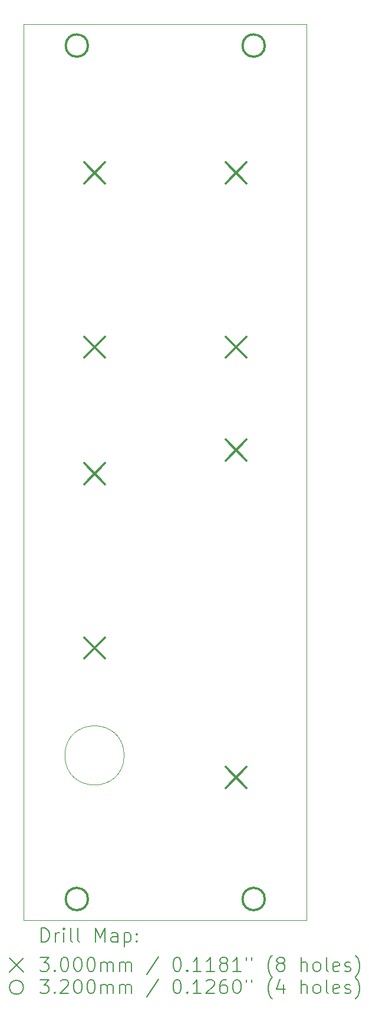
<source format=gbr>
%TF.GenerationSoftware,KiCad,Pcbnew,(6.0.9-0)*%
%TF.CreationDate,2023-02-07T08:36:14+01:00*%
%TF.ProjectId,fp_S5,66705f53-352e-46b6-9963-61645f706362,A*%
%TF.SameCoordinates,Original*%
%TF.FileFunction,Drillmap*%
%TF.FilePolarity,Positive*%
%FSLAX45Y45*%
G04 Gerber Fmt 4.5, Leading zero omitted, Abs format (unit mm)*
G04 Created by KiCad (PCBNEW (6.0.9-0)) date 2023-02-07 08:36:14*
%MOMM*%
%LPD*%
G01*
G04 APERTURE LIST*
%ADD10C,0.100000*%
%ADD11C,0.200000*%
%ADD12C,0.300000*%
%ADD13C,0.320000*%
G04 APERTURE END LIST*
D10*
X11601000Y-14712000D02*
G75*
G03*
X11601000Y-14712000I-425000J0D01*
G01*
X10160000Y-4220500D02*
X14224000Y-4220500D01*
X14224000Y-4220500D02*
X14224000Y-17075500D01*
X14224000Y-17075500D02*
X10160000Y-17075500D01*
X10160000Y-17075500D02*
X10160000Y-4220500D01*
D11*
D12*
X11026000Y-6200000D02*
X11326000Y-6500000D01*
X11326000Y-6200000D02*
X11026000Y-6500000D01*
X11026000Y-8700000D02*
X11326000Y-9000000D01*
X11326000Y-8700000D02*
X11026000Y-9000000D01*
X11026000Y-10518000D02*
X11326000Y-10818000D01*
X11326000Y-10518000D02*
X11026000Y-10818000D01*
X11026000Y-13018000D02*
X11326000Y-13318000D01*
X11326000Y-13018000D02*
X11026000Y-13318000D01*
X13058000Y-6200000D02*
X13358000Y-6500000D01*
X13358000Y-6200000D02*
X13058000Y-6500000D01*
X13058000Y-8700000D02*
X13358000Y-9000000D01*
X13358000Y-8700000D02*
X13058000Y-9000000D01*
X13058000Y-10180000D02*
X13358000Y-10480000D01*
X13358000Y-10180000D02*
X13058000Y-10480000D01*
X13058000Y-14880000D02*
X13358000Y-15180000D01*
X13358000Y-14880000D02*
X13058000Y-15180000D01*
D13*
X11082000Y-4523000D02*
G75*
G03*
X11082000Y-4523000I-160000J0D01*
G01*
X11082000Y-16773000D02*
G75*
G03*
X11082000Y-16773000I-160000J0D01*
G01*
X13622000Y-4523000D02*
G75*
G03*
X13622000Y-4523000I-160000J0D01*
G01*
X13622000Y-16773000D02*
G75*
G03*
X13622000Y-16773000I-160000J0D01*
G01*
D11*
X10412619Y-17390976D02*
X10412619Y-17190976D01*
X10460238Y-17190976D01*
X10488810Y-17200500D01*
X10507857Y-17219548D01*
X10517381Y-17238595D01*
X10526905Y-17276690D01*
X10526905Y-17305262D01*
X10517381Y-17343357D01*
X10507857Y-17362405D01*
X10488810Y-17381452D01*
X10460238Y-17390976D01*
X10412619Y-17390976D01*
X10612619Y-17390976D02*
X10612619Y-17257643D01*
X10612619Y-17295738D02*
X10622143Y-17276690D01*
X10631667Y-17267167D01*
X10650714Y-17257643D01*
X10669762Y-17257643D01*
X10736429Y-17390976D02*
X10736429Y-17257643D01*
X10736429Y-17190976D02*
X10726905Y-17200500D01*
X10736429Y-17210024D01*
X10745952Y-17200500D01*
X10736429Y-17190976D01*
X10736429Y-17210024D01*
X10860238Y-17390976D02*
X10841190Y-17381452D01*
X10831667Y-17362405D01*
X10831667Y-17190976D01*
X10965000Y-17390976D02*
X10945952Y-17381452D01*
X10936429Y-17362405D01*
X10936429Y-17190976D01*
X11193571Y-17390976D02*
X11193571Y-17190976D01*
X11260238Y-17333833D01*
X11326905Y-17190976D01*
X11326905Y-17390976D01*
X11507857Y-17390976D02*
X11507857Y-17286214D01*
X11498333Y-17267167D01*
X11479286Y-17257643D01*
X11441190Y-17257643D01*
X11422143Y-17267167D01*
X11507857Y-17381452D02*
X11488809Y-17390976D01*
X11441190Y-17390976D01*
X11422143Y-17381452D01*
X11412619Y-17362405D01*
X11412619Y-17343357D01*
X11422143Y-17324310D01*
X11441190Y-17314786D01*
X11488809Y-17314786D01*
X11507857Y-17305262D01*
X11603095Y-17257643D02*
X11603095Y-17457643D01*
X11603095Y-17267167D02*
X11622143Y-17257643D01*
X11660238Y-17257643D01*
X11679286Y-17267167D01*
X11688809Y-17276690D01*
X11698333Y-17295738D01*
X11698333Y-17352881D01*
X11688809Y-17371929D01*
X11679286Y-17381452D01*
X11660238Y-17390976D01*
X11622143Y-17390976D01*
X11603095Y-17381452D01*
X11784048Y-17371929D02*
X11793571Y-17381452D01*
X11784048Y-17390976D01*
X11774524Y-17381452D01*
X11784048Y-17371929D01*
X11784048Y-17390976D01*
X11784048Y-17267167D02*
X11793571Y-17276690D01*
X11784048Y-17286214D01*
X11774524Y-17276690D01*
X11784048Y-17267167D01*
X11784048Y-17286214D01*
X9955000Y-17620500D02*
X10155000Y-17820500D01*
X10155000Y-17620500D02*
X9955000Y-17820500D01*
X10393571Y-17610976D02*
X10517381Y-17610976D01*
X10450714Y-17687167D01*
X10479286Y-17687167D01*
X10498333Y-17696690D01*
X10507857Y-17706214D01*
X10517381Y-17725262D01*
X10517381Y-17772881D01*
X10507857Y-17791929D01*
X10498333Y-17801452D01*
X10479286Y-17810976D01*
X10422143Y-17810976D01*
X10403095Y-17801452D01*
X10393571Y-17791929D01*
X10603095Y-17791929D02*
X10612619Y-17801452D01*
X10603095Y-17810976D01*
X10593571Y-17801452D01*
X10603095Y-17791929D01*
X10603095Y-17810976D01*
X10736429Y-17610976D02*
X10755476Y-17610976D01*
X10774524Y-17620500D01*
X10784048Y-17630024D01*
X10793571Y-17649071D01*
X10803095Y-17687167D01*
X10803095Y-17734786D01*
X10793571Y-17772881D01*
X10784048Y-17791929D01*
X10774524Y-17801452D01*
X10755476Y-17810976D01*
X10736429Y-17810976D01*
X10717381Y-17801452D01*
X10707857Y-17791929D01*
X10698333Y-17772881D01*
X10688810Y-17734786D01*
X10688810Y-17687167D01*
X10698333Y-17649071D01*
X10707857Y-17630024D01*
X10717381Y-17620500D01*
X10736429Y-17610976D01*
X10926905Y-17610976D02*
X10945952Y-17610976D01*
X10965000Y-17620500D01*
X10974524Y-17630024D01*
X10984048Y-17649071D01*
X10993571Y-17687167D01*
X10993571Y-17734786D01*
X10984048Y-17772881D01*
X10974524Y-17791929D01*
X10965000Y-17801452D01*
X10945952Y-17810976D01*
X10926905Y-17810976D01*
X10907857Y-17801452D01*
X10898333Y-17791929D01*
X10888810Y-17772881D01*
X10879286Y-17734786D01*
X10879286Y-17687167D01*
X10888810Y-17649071D01*
X10898333Y-17630024D01*
X10907857Y-17620500D01*
X10926905Y-17610976D01*
X11117381Y-17610976D02*
X11136429Y-17610976D01*
X11155476Y-17620500D01*
X11165000Y-17630024D01*
X11174524Y-17649071D01*
X11184048Y-17687167D01*
X11184048Y-17734786D01*
X11174524Y-17772881D01*
X11165000Y-17791929D01*
X11155476Y-17801452D01*
X11136429Y-17810976D01*
X11117381Y-17810976D01*
X11098333Y-17801452D01*
X11088810Y-17791929D01*
X11079286Y-17772881D01*
X11069762Y-17734786D01*
X11069762Y-17687167D01*
X11079286Y-17649071D01*
X11088810Y-17630024D01*
X11098333Y-17620500D01*
X11117381Y-17610976D01*
X11269762Y-17810976D02*
X11269762Y-17677643D01*
X11269762Y-17696690D02*
X11279286Y-17687167D01*
X11298333Y-17677643D01*
X11326905Y-17677643D01*
X11345952Y-17687167D01*
X11355476Y-17706214D01*
X11355476Y-17810976D01*
X11355476Y-17706214D02*
X11365000Y-17687167D01*
X11384048Y-17677643D01*
X11412619Y-17677643D01*
X11431667Y-17687167D01*
X11441190Y-17706214D01*
X11441190Y-17810976D01*
X11536428Y-17810976D02*
X11536428Y-17677643D01*
X11536428Y-17696690D02*
X11545952Y-17687167D01*
X11565000Y-17677643D01*
X11593571Y-17677643D01*
X11612619Y-17687167D01*
X11622143Y-17706214D01*
X11622143Y-17810976D01*
X11622143Y-17706214D02*
X11631667Y-17687167D01*
X11650714Y-17677643D01*
X11679286Y-17677643D01*
X11698333Y-17687167D01*
X11707857Y-17706214D01*
X11707857Y-17810976D01*
X12098333Y-17601452D02*
X11926905Y-17858595D01*
X12355476Y-17610976D02*
X12374524Y-17610976D01*
X12393571Y-17620500D01*
X12403095Y-17630024D01*
X12412619Y-17649071D01*
X12422143Y-17687167D01*
X12422143Y-17734786D01*
X12412619Y-17772881D01*
X12403095Y-17791929D01*
X12393571Y-17801452D01*
X12374524Y-17810976D01*
X12355476Y-17810976D01*
X12336428Y-17801452D01*
X12326905Y-17791929D01*
X12317381Y-17772881D01*
X12307857Y-17734786D01*
X12307857Y-17687167D01*
X12317381Y-17649071D01*
X12326905Y-17630024D01*
X12336428Y-17620500D01*
X12355476Y-17610976D01*
X12507857Y-17791929D02*
X12517381Y-17801452D01*
X12507857Y-17810976D01*
X12498333Y-17801452D01*
X12507857Y-17791929D01*
X12507857Y-17810976D01*
X12707857Y-17810976D02*
X12593571Y-17810976D01*
X12650714Y-17810976D02*
X12650714Y-17610976D01*
X12631667Y-17639548D01*
X12612619Y-17658595D01*
X12593571Y-17668119D01*
X12898333Y-17810976D02*
X12784048Y-17810976D01*
X12841190Y-17810976D02*
X12841190Y-17610976D01*
X12822143Y-17639548D01*
X12803095Y-17658595D01*
X12784048Y-17668119D01*
X13012619Y-17696690D02*
X12993571Y-17687167D01*
X12984048Y-17677643D01*
X12974524Y-17658595D01*
X12974524Y-17649071D01*
X12984048Y-17630024D01*
X12993571Y-17620500D01*
X13012619Y-17610976D01*
X13050714Y-17610976D01*
X13069762Y-17620500D01*
X13079286Y-17630024D01*
X13088809Y-17649071D01*
X13088809Y-17658595D01*
X13079286Y-17677643D01*
X13069762Y-17687167D01*
X13050714Y-17696690D01*
X13012619Y-17696690D01*
X12993571Y-17706214D01*
X12984048Y-17715738D01*
X12974524Y-17734786D01*
X12974524Y-17772881D01*
X12984048Y-17791929D01*
X12993571Y-17801452D01*
X13012619Y-17810976D01*
X13050714Y-17810976D01*
X13069762Y-17801452D01*
X13079286Y-17791929D01*
X13088809Y-17772881D01*
X13088809Y-17734786D01*
X13079286Y-17715738D01*
X13069762Y-17706214D01*
X13050714Y-17696690D01*
X13279286Y-17810976D02*
X13165000Y-17810976D01*
X13222143Y-17810976D02*
X13222143Y-17610976D01*
X13203095Y-17639548D01*
X13184048Y-17658595D01*
X13165000Y-17668119D01*
X13355476Y-17610976D02*
X13355476Y-17649071D01*
X13431667Y-17610976D02*
X13431667Y-17649071D01*
X13726905Y-17887167D02*
X13717381Y-17877643D01*
X13698333Y-17849071D01*
X13688809Y-17830024D01*
X13679286Y-17801452D01*
X13669762Y-17753833D01*
X13669762Y-17715738D01*
X13679286Y-17668119D01*
X13688809Y-17639548D01*
X13698333Y-17620500D01*
X13717381Y-17591929D01*
X13726905Y-17582405D01*
X13831667Y-17696690D02*
X13812619Y-17687167D01*
X13803095Y-17677643D01*
X13793571Y-17658595D01*
X13793571Y-17649071D01*
X13803095Y-17630024D01*
X13812619Y-17620500D01*
X13831667Y-17610976D01*
X13869762Y-17610976D01*
X13888809Y-17620500D01*
X13898333Y-17630024D01*
X13907857Y-17649071D01*
X13907857Y-17658595D01*
X13898333Y-17677643D01*
X13888809Y-17687167D01*
X13869762Y-17696690D01*
X13831667Y-17696690D01*
X13812619Y-17706214D01*
X13803095Y-17715738D01*
X13793571Y-17734786D01*
X13793571Y-17772881D01*
X13803095Y-17791929D01*
X13812619Y-17801452D01*
X13831667Y-17810976D01*
X13869762Y-17810976D01*
X13888809Y-17801452D01*
X13898333Y-17791929D01*
X13907857Y-17772881D01*
X13907857Y-17734786D01*
X13898333Y-17715738D01*
X13888809Y-17706214D01*
X13869762Y-17696690D01*
X14145952Y-17810976D02*
X14145952Y-17610976D01*
X14231667Y-17810976D02*
X14231667Y-17706214D01*
X14222143Y-17687167D01*
X14203095Y-17677643D01*
X14174524Y-17677643D01*
X14155476Y-17687167D01*
X14145952Y-17696690D01*
X14355476Y-17810976D02*
X14336428Y-17801452D01*
X14326905Y-17791929D01*
X14317381Y-17772881D01*
X14317381Y-17715738D01*
X14326905Y-17696690D01*
X14336428Y-17687167D01*
X14355476Y-17677643D01*
X14384048Y-17677643D01*
X14403095Y-17687167D01*
X14412619Y-17696690D01*
X14422143Y-17715738D01*
X14422143Y-17772881D01*
X14412619Y-17791929D01*
X14403095Y-17801452D01*
X14384048Y-17810976D01*
X14355476Y-17810976D01*
X14536428Y-17810976D02*
X14517381Y-17801452D01*
X14507857Y-17782405D01*
X14507857Y-17610976D01*
X14688809Y-17801452D02*
X14669762Y-17810976D01*
X14631667Y-17810976D01*
X14612619Y-17801452D01*
X14603095Y-17782405D01*
X14603095Y-17706214D01*
X14612619Y-17687167D01*
X14631667Y-17677643D01*
X14669762Y-17677643D01*
X14688809Y-17687167D01*
X14698333Y-17706214D01*
X14698333Y-17725262D01*
X14603095Y-17744310D01*
X14774524Y-17801452D02*
X14793571Y-17810976D01*
X14831667Y-17810976D01*
X14850714Y-17801452D01*
X14860238Y-17782405D01*
X14860238Y-17772881D01*
X14850714Y-17753833D01*
X14831667Y-17744310D01*
X14803095Y-17744310D01*
X14784048Y-17734786D01*
X14774524Y-17715738D01*
X14774524Y-17706214D01*
X14784048Y-17687167D01*
X14803095Y-17677643D01*
X14831667Y-17677643D01*
X14850714Y-17687167D01*
X14926905Y-17887167D02*
X14936428Y-17877643D01*
X14955476Y-17849071D01*
X14965000Y-17830024D01*
X14974524Y-17801452D01*
X14984048Y-17753833D01*
X14984048Y-17715738D01*
X14974524Y-17668119D01*
X14965000Y-17639548D01*
X14955476Y-17620500D01*
X14936428Y-17591929D01*
X14926905Y-17582405D01*
X10155000Y-18040500D02*
G75*
G03*
X10155000Y-18040500I-100000J0D01*
G01*
X10393571Y-17930976D02*
X10517381Y-17930976D01*
X10450714Y-18007167D01*
X10479286Y-18007167D01*
X10498333Y-18016690D01*
X10507857Y-18026214D01*
X10517381Y-18045262D01*
X10517381Y-18092881D01*
X10507857Y-18111929D01*
X10498333Y-18121452D01*
X10479286Y-18130976D01*
X10422143Y-18130976D01*
X10403095Y-18121452D01*
X10393571Y-18111929D01*
X10603095Y-18111929D02*
X10612619Y-18121452D01*
X10603095Y-18130976D01*
X10593571Y-18121452D01*
X10603095Y-18111929D01*
X10603095Y-18130976D01*
X10688810Y-17950024D02*
X10698333Y-17940500D01*
X10717381Y-17930976D01*
X10765000Y-17930976D01*
X10784048Y-17940500D01*
X10793571Y-17950024D01*
X10803095Y-17969071D01*
X10803095Y-17988119D01*
X10793571Y-18016690D01*
X10679286Y-18130976D01*
X10803095Y-18130976D01*
X10926905Y-17930976D02*
X10945952Y-17930976D01*
X10965000Y-17940500D01*
X10974524Y-17950024D01*
X10984048Y-17969071D01*
X10993571Y-18007167D01*
X10993571Y-18054786D01*
X10984048Y-18092881D01*
X10974524Y-18111929D01*
X10965000Y-18121452D01*
X10945952Y-18130976D01*
X10926905Y-18130976D01*
X10907857Y-18121452D01*
X10898333Y-18111929D01*
X10888810Y-18092881D01*
X10879286Y-18054786D01*
X10879286Y-18007167D01*
X10888810Y-17969071D01*
X10898333Y-17950024D01*
X10907857Y-17940500D01*
X10926905Y-17930976D01*
X11117381Y-17930976D02*
X11136429Y-17930976D01*
X11155476Y-17940500D01*
X11165000Y-17950024D01*
X11174524Y-17969071D01*
X11184048Y-18007167D01*
X11184048Y-18054786D01*
X11174524Y-18092881D01*
X11165000Y-18111929D01*
X11155476Y-18121452D01*
X11136429Y-18130976D01*
X11117381Y-18130976D01*
X11098333Y-18121452D01*
X11088810Y-18111929D01*
X11079286Y-18092881D01*
X11069762Y-18054786D01*
X11069762Y-18007167D01*
X11079286Y-17969071D01*
X11088810Y-17950024D01*
X11098333Y-17940500D01*
X11117381Y-17930976D01*
X11269762Y-18130976D02*
X11269762Y-17997643D01*
X11269762Y-18016690D02*
X11279286Y-18007167D01*
X11298333Y-17997643D01*
X11326905Y-17997643D01*
X11345952Y-18007167D01*
X11355476Y-18026214D01*
X11355476Y-18130976D01*
X11355476Y-18026214D02*
X11365000Y-18007167D01*
X11384048Y-17997643D01*
X11412619Y-17997643D01*
X11431667Y-18007167D01*
X11441190Y-18026214D01*
X11441190Y-18130976D01*
X11536428Y-18130976D02*
X11536428Y-17997643D01*
X11536428Y-18016690D02*
X11545952Y-18007167D01*
X11565000Y-17997643D01*
X11593571Y-17997643D01*
X11612619Y-18007167D01*
X11622143Y-18026214D01*
X11622143Y-18130976D01*
X11622143Y-18026214D02*
X11631667Y-18007167D01*
X11650714Y-17997643D01*
X11679286Y-17997643D01*
X11698333Y-18007167D01*
X11707857Y-18026214D01*
X11707857Y-18130976D01*
X12098333Y-17921452D02*
X11926905Y-18178595D01*
X12355476Y-17930976D02*
X12374524Y-17930976D01*
X12393571Y-17940500D01*
X12403095Y-17950024D01*
X12412619Y-17969071D01*
X12422143Y-18007167D01*
X12422143Y-18054786D01*
X12412619Y-18092881D01*
X12403095Y-18111929D01*
X12393571Y-18121452D01*
X12374524Y-18130976D01*
X12355476Y-18130976D01*
X12336428Y-18121452D01*
X12326905Y-18111929D01*
X12317381Y-18092881D01*
X12307857Y-18054786D01*
X12307857Y-18007167D01*
X12317381Y-17969071D01*
X12326905Y-17950024D01*
X12336428Y-17940500D01*
X12355476Y-17930976D01*
X12507857Y-18111929D02*
X12517381Y-18121452D01*
X12507857Y-18130976D01*
X12498333Y-18121452D01*
X12507857Y-18111929D01*
X12507857Y-18130976D01*
X12707857Y-18130976D02*
X12593571Y-18130976D01*
X12650714Y-18130976D02*
X12650714Y-17930976D01*
X12631667Y-17959548D01*
X12612619Y-17978595D01*
X12593571Y-17988119D01*
X12784048Y-17950024D02*
X12793571Y-17940500D01*
X12812619Y-17930976D01*
X12860238Y-17930976D01*
X12879286Y-17940500D01*
X12888809Y-17950024D01*
X12898333Y-17969071D01*
X12898333Y-17988119D01*
X12888809Y-18016690D01*
X12774524Y-18130976D01*
X12898333Y-18130976D01*
X13069762Y-17930976D02*
X13031667Y-17930976D01*
X13012619Y-17940500D01*
X13003095Y-17950024D01*
X12984048Y-17978595D01*
X12974524Y-18016690D01*
X12974524Y-18092881D01*
X12984048Y-18111929D01*
X12993571Y-18121452D01*
X13012619Y-18130976D01*
X13050714Y-18130976D01*
X13069762Y-18121452D01*
X13079286Y-18111929D01*
X13088809Y-18092881D01*
X13088809Y-18045262D01*
X13079286Y-18026214D01*
X13069762Y-18016690D01*
X13050714Y-18007167D01*
X13012619Y-18007167D01*
X12993571Y-18016690D01*
X12984048Y-18026214D01*
X12974524Y-18045262D01*
X13212619Y-17930976D02*
X13231667Y-17930976D01*
X13250714Y-17940500D01*
X13260238Y-17950024D01*
X13269762Y-17969071D01*
X13279286Y-18007167D01*
X13279286Y-18054786D01*
X13269762Y-18092881D01*
X13260238Y-18111929D01*
X13250714Y-18121452D01*
X13231667Y-18130976D01*
X13212619Y-18130976D01*
X13193571Y-18121452D01*
X13184048Y-18111929D01*
X13174524Y-18092881D01*
X13165000Y-18054786D01*
X13165000Y-18007167D01*
X13174524Y-17969071D01*
X13184048Y-17950024D01*
X13193571Y-17940500D01*
X13212619Y-17930976D01*
X13355476Y-17930976D02*
X13355476Y-17969071D01*
X13431667Y-17930976D02*
X13431667Y-17969071D01*
X13726905Y-18207167D02*
X13717381Y-18197643D01*
X13698333Y-18169071D01*
X13688809Y-18150024D01*
X13679286Y-18121452D01*
X13669762Y-18073833D01*
X13669762Y-18035738D01*
X13679286Y-17988119D01*
X13688809Y-17959548D01*
X13698333Y-17940500D01*
X13717381Y-17911929D01*
X13726905Y-17902405D01*
X13888809Y-17997643D02*
X13888809Y-18130976D01*
X13841190Y-17921452D02*
X13793571Y-18064310D01*
X13917381Y-18064310D01*
X14145952Y-18130976D02*
X14145952Y-17930976D01*
X14231667Y-18130976D02*
X14231667Y-18026214D01*
X14222143Y-18007167D01*
X14203095Y-17997643D01*
X14174524Y-17997643D01*
X14155476Y-18007167D01*
X14145952Y-18016690D01*
X14355476Y-18130976D02*
X14336428Y-18121452D01*
X14326905Y-18111929D01*
X14317381Y-18092881D01*
X14317381Y-18035738D01*
X14326905Y-18016690D01*
X14336428Y-18007167D01*
X14355476Y-17997643D01*
X14384048Y-17997643D01*
X14403095Y-18007167D01*
X14412619Y-18016690D01*
X14422143Y-18035738D01*
X14422143Y-18092881D01*
X14412619Y-18111929D01*
X14403095Y-18121452D01*
X14384048Y-18130976D01*
X14355476Y-18130976D01*
X14536428Y-18130976D02*
X14517381Y-18121452D01*
X14507857Y-18102405D01*
X14507857Y-17930976D01*
X14688809Y-18121452D02*
X14669762Y-18130976D01*
X14631667Y-18130976D01*
X14612619Y-18121452D01*
X14603095Y-18102405D01*
X14603095Y-18026214D01*
X14612619Y-18007167D01*
X14631667Y-17997643D01*
X14669762Y-17997643D01*
X14688809Y-18007167D01*
X14698333Y-18026214D01*
X14698333Y-18045262D01*
X14603095Y-18064310D01*
X14774524Y-18121452D02*
X14793571Y-18130976D01*
X14831667Y-18130976D01*
X14850714Y-18121452D01*
X14860238Y-18102405D01*
X14860238Y-18092881D01*
X14850714Y-18073833D01*
X14831667Y-18064310D01*
X14803095Y-18064310D01*
X14784048Y-18054786D01*
X14774524Y-18035738D01*
X14774524Y-18026214D01*
X14784048Y-18007167D01*
X14803095Y-17997643D01*
X14831667Y-17997643D01*
X14850714Y-18007167D01*
X14926905Y-18207167D02*
X14936428Y-18197643D01*
X14955476Y-18169071D01*
X14965000Y-18150024D01*
X14974524Y-18121452D01*
X14984048Y-18073833D01*
X14984048Y-18035738D01*
X14974524Y-17988119D01*
X14965000Y-17959548D01*
X14955476Y-17940500D01*
X14936428Y-17911929D01*
X14926905Y-17902405D01*
M02*

</source>
